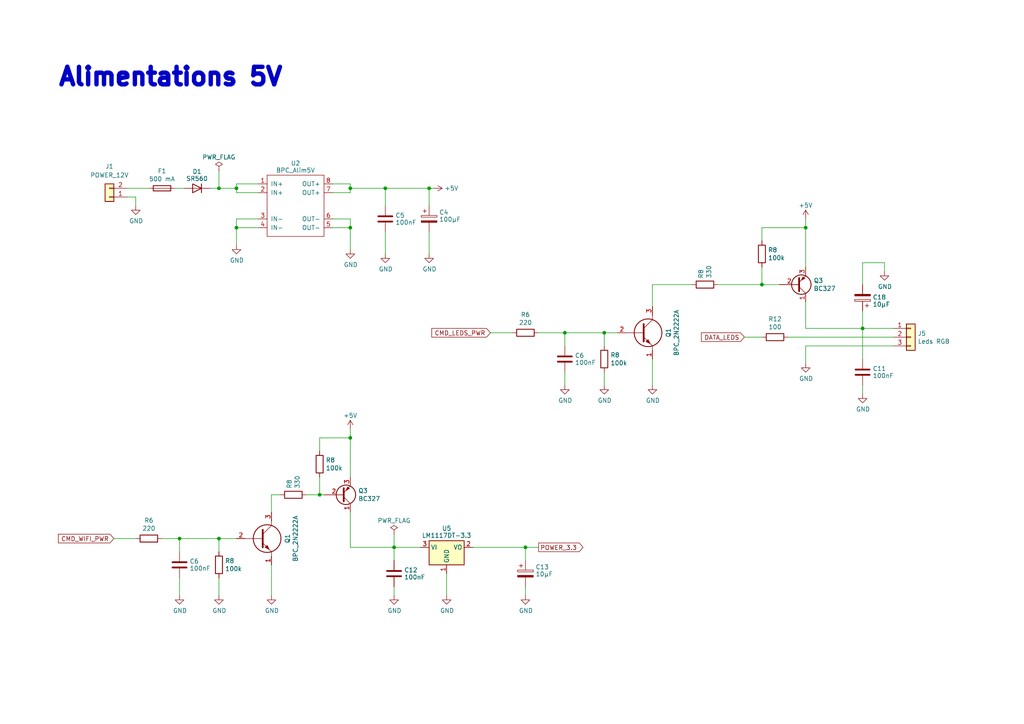
<source format=kicad_sch>
(kicad_sch (version 20230121) (generator eeschema)
  (paper "A4")
  (title_block (title "Commande des OYA - Maître RS485") (date "2024-05-06") (rev "B0") (company "BPC") (comment 1 "Extension Wifi (ESP01)") (comment 2 "Inteface LEDs RGB - Bouton - RTC") (comment 3 "Alim 12V - Sortie 12V pilotable - Bus RS485") (comment 4 "Maître RS485 avec alim 12 V commutée"))
  (lib_symbols
    (symbol "Connector_Generic:Conn_01x02" (pin_names (offset 1.016) hide)
      (property "Reference" "J" (at 0 2.54 0))
      (property "Value" "Conn_01x02" (at 0 -5.08 0))
      (symbol "Conn_01x02_1_1"
        (rectangle (start -1.27 -2.413) (end 0 -2.667) (stroke (width 0.1524)))
        (rectangle (start -1.27 0.127) (end 0 -0.127) (stroke (width 0.1524)))
        (rectangle (start -1.27 1.27) (end 1.27 -3.81) (stroke (width 0.254)) (fill (type background)))
        (pin passive line (at -5.08 0 0) (length 3.81) (name "Pin_1") (number "1"))
        (pin passive line (at -5.08 -2.54 0) (length 3.81) (name "Pin_2") (number "2"))
      )
    )
    (symbol "Connector_Generic:Conn_01x03" (pin_names (offset 1.016) hide)
      (property "Reference" "J" (at 0 5.08 0))
      (property "Value" "Conn_01x03" (at 0 -5.08 0))
      (symbol "Conn_01x03_1_1"
        (rectangle (start -1.27 -2.413) (end 0 -2.667) (stroke (width 0.1524)))
        (rectangle (start -1.27 0.127) (end 0 -0.127) (stroke (width 0.1524)))
        (rectangle (start -1.27 2.667) (end 0 2.413) (stroke (width 0.1524)))
        (rectangle (start -1.27 3.81) (end 1.27 -3.81) (stroke (width 0.254)) (fill (type background)))
        (pin passive line (at -5.08 2.54 0) (length 3.81) (name "Pin_1") (number "1"))
        (pin passive line (at -5.08 0 0) (length 3.81) (name "Pin_2") (number "2"))
        (pin passive line (at -5.08 -2.54 0) (length 3.81) (name "Pin_3") (number "3"))
      )
    )
    (symbol "Device:C" (pin_numbers hide) (pin_names (offset 0.254))
      (property "Reference" "C" (at 0.635 2.54 0))
      (property "Value" "C" (at 0.635 -2.54 0))
      (symbol "C_0_1"
        (polyline (pts (xy -2.032 -0.762) (xy 2.032 -0.762)) (stroke (width 0.508)))
        (polyline (pts (xy -2.032 0.762) (xy 2.032 0.762)) (stroke (width 0.508)))
      )
      (symbol "C_1_1"
        (pin passive line (at 0 3.81 270) (length 2.794) (name "~") (number "1"))
        (pin passive line (at 0 -3.81 90) (length 2.794) (name "~") (number "2"))
      )
    )
    (symbol "Device:C_Polarized" (pin_numbers hide) (pin_names (offset 0.254))
      (property "Reference" "C" (at 0.635 2.54 0))
      (property "Value" "C_Polarized" (at 0.635 -2.54 0))
      (symbol "C_Polarized_0_1"
        (rectangle (start -2.286 0.508) (end 2.286 1.016))
        (polyline (pts (xy -1.778 2.286) (xy -0.762 2.286)))
        (polyline (pts (xy -1.27 2.794) (xy -1.27 1.778)))
        (rectangle (start 2.286 -0.508) (end -2.286 -1.016) (fill (type outline)))
      )
      (symbol "C_Polarized_1_1"
        (pin passive line (at 0 3.81 270) (length 2.794) (name "~") (number "1"))
        (pin passive line (at 0 -3.81 90) (length 2.794) (name "~") (number "2"))
      )
    )
    (symbol "Device:D" (pin_numbers hide) (pin_names (offset 1.016) hide)
      (property "Reference" "D" (at 0 2.54 0))
      (property "Value" "D" (at 0 -2.54 0))
      (symbol "D_0_1"
        (polyline (pts (xy -1.27 1.27) (xy -1.27 -1.27)) (stroke (width 0.254)))
        (polyline (pts (xy 1.27 0) (xy -1.27 0)))
        (polyline (pts (xy 1.27 1.27) (xy 1.27 -1.27) (xy -1.27 0) (xy 1.27 1.27)) (stroke (width 0.254)))
      )
      (symbol "D_1_1"
        (pin passive line (at -3.81 0 0) (length 2.54) (name "K") (number "1"))
        (pin passive line (at 3.81 0 180) (length 2.54) (name "A") (number "2"))
      )
    )
    (symbol "Device:Fuse" (pin_numbers hide) (pin_names (offset 0))
      (property "Reference" "F" (at 2.032 0 90))
      (property "Value" "Fuse" (at -1.905 0 90))
      (symbol "Fuse_0_1"
        (rectangle (start -0.762 -2.54) (end 0.762 2.54) (stroke (width 0.254)))
        (polyline (pts (xy 0 2.54) (xy 0 -2.54)))
      )
      (symbol "Fuse_1_1"
        (pin passive line (at 0 3.81 270) (length 1.27) (name "~") (number "1"))
        (pin passive line (at 0 -3.81 90) (length 1.27) (name "~") (number "2"))
      )
    )
    (symbol "Device:R" (pin_numbers hide) (pin_names (offset 0))
      (property "Reference" "R" (at 2.032 0 90))
      (property "Value" "R" (at 0 0 90))
      (symbol "R_0_1"
        (rectangle (start -1.016 -2.54) (end 1.016 2.54) (stroke (width 0.254)))
      )
      (symbol "R_1_1"
        (pin passive line (at 0 3.81 270) (length 1.27) (name "~") (number "1"))
        (pin passive line (at 0 -3.81 90) (length 1.27) (name "~") (number "2"))
      )
    )
    (symbol "Regulator_Linear:LM1117DT-3.3"
      (property "Reference" "U" (at -3.81 3.175 0))
      (property "Value" "LM1117DT-3.3" (at 0 3.175 0))
      (symbol "LM1117DT-3.3_0_1"
        (rectangle (start -5.08 -5.08) (end 5.08 1.905) (stroke (width 0.254)) (fill (type background)))
      )
      (symbol "LM1117DT-3.3_1_1"
        (pin power_in line (at 0 -7.62 90) (length 2.54) (name "GND") (number "1"))
        (pin power_out line (at 7.62 0 180) (length 2.54) (name "VO") (number "2"))
        (pin power_in line (at -7.62 0 0) (length 2.54) (name "VI") (number "3"))
      )
    )
    (symbol "Transistor_BJT:BC327" (pin_names (offset 0) hide)
      (property "Reference" "Q" (at 5.08 1.905 0))
      (property "Value" "BC327" (at 5.08 0 0))
      (symbol "BC327_0_1"
        (polyline (pts (xy 0.635 0.635) (xy 2.54 2.54)))
        (polyline (pts (xy 0.635 -0.635) (xy 2.54 -2.54) (xy 2.54 -2.54)))
        (polyline (pts (xy 0.635 1.905) (xy 0.635 -1.905) (xy 0.635 -1.905)) (stroke (width 0.508)))
        (polyline (pts (xy 2.286 -1.778) (xy 1.778 -2.286) (xy 1.27 -1.27) (xy 2.286 -1.778) (xy 2.286 -1.778)) (fill (type outline)))
        (circle (center 1.27 0) (radius 2.8194) (stroke (width 0.254)))
      )
      (symbol "BC327_1_1"
        (pin passive line (at 2.54 5.08 270) (length 2.54) (name "C") (number "1"))
        (pin input line (at -5.08 0 0) (length 5.715) (name "B") (number "2"))
        (pin passive line (at 2.54 -5.08 90) (length 2.54) (name "E") (number "3"))
      )
    )
    (symbol "bpc:BPC_2N2222A" (pin_names (offset 0.762))
      (property "Reference" "Q" (at 13.97 1.27 0))
      (property "Value" "BPC_2N2222A" (at 13.97 -1.27 0))
      (symbol "BPC_2N2222A_0_0"
        (pin passive line (at 10.16 -7.62 90) (length 2.54) (name "~") (number "1"))
        (pin passive line (at 0 0 0) (length 2.54) (name "~") (number "2"))
        (pin passive line (at 10.16 7.62 270) (length 2.54) (name "~") (number "3"))
      )
      (symbol "BPC_2N2222A_0_1"
        (polyline (pts (xy 2.54 0) (xy 7.62 0)) (stroke (width 0.1524)))
        (polyline (pts (xy 7.62 -1.27) (xy 10.16 -3.81)) (stroke (width 0.1524)))
        (polyline (pts (xy 7.62 1.27) (xy 10.16 3.81)) (stroke (width 0.1524)))
        (polyline (pts (xy 7.62 2.54) (xy 7.62 -2.54)) (stroke (width 0.508)))
        (polyline (pts (xy 10.16 -3.81) (xy 10.16 -5.08)) (stroke (width 0.1524)))
        (polyline (pts (xy 10.16 3.81) (xy 10.16 5.08)) (stroke (width 0.1524)))
        (polyline (pts (xy 8.382 -2.54) (xy 8.89 -2.032) (xy 9.398 -3.048) (xy 8.382 -2.54)) (stroke (width 0.254)) (fill (type outline)))
        (circle (center 8.89 0) (radius 4.0132) (stroke (width 0.254)))
      )
    )
    (symbol "bpc:BPC_Alim5V" (pin_names (offset 1.016))
      (property "Reference" "U" (at 6.35 6.35 0))
      (property "Value" "BPC_Alim5V" (at 11.43 3.81 0))
      (symbol "BPC_Alim5V_0_1"
        (rectangle (start 0 2.54) (end 16.51 -15.24))
      )
      (symbol "BPC_Alim5V_1_1"
        (pin power_in line (at -2.54 0 0) (length 2.54) (name "IN+") (number "1"))
        (pin power_in line (at -2.54 -2.54 0) (length 2.54) (name "IN+") (number "2"))
        (pin power_in line (at -2.54 -10.16 0) (length 2.54) (name "IN-") (number "3"))
        (pin power_in line (at -2.54 -12.7 0) (length 2.54) (name "IN-") (number "4"))
        (pin power_out line (at 19.05 -12.7 180) (length 2.54) (name "OUT-") (number "5"))
        (pin passive line (at 19.05 -10.16 180) (length 2.54) (name "OUT-") (number "6"))
        (pin passive line (at 19.05 -2.54 180) (length 2.54) (name "OUT+") (number "7"))
        (pin power_out line (at 19.05 0 180) (length 2.54) (name "OUT+") (number "8"))
      )
    )
    (symbol "power:+5V" (power) (pin_names (offset 0))
      (property "Value" "+5V" (at 0 3.556 0))
      (symbol "+5V_0_1"
        (polyline (pts (xy -0.762 1.27) (xy 0 2.54)))
        (polyline (pts (xy 0 0) (xy 0 2.54)))
        (polyline (pts (xy 0 2.54) (xy 0.762 1.27)))
      )
      (symbol "+5V_1_1"
        (pin power_in line (at 0 0 90) (length 0) hide (name "+5V") (number "1"))
      )
    )
    (symbol "power:GND" (power) (pin_names (offset 0))
      (property "Value" "GND" (at 0 -3.81 0))
      (symbol "GND_0_1"
        (polyline (pts (xy 0 0) (xy 0 -1.27) (xy 1.27 -1.27) (xy 0 -2.54) (xy -1.27 -1.27) (xy 0 -1.27)))
      )
      (symbol "GND_1_1"
        (pin power_in line (at 0 0 270) (length 0) hide (name "GND") (number "1"))
      )
    )
    (symbol "power:PWR_FLAG" (power) (pin_numbers hide) (pin_names (offset 0) hide)
      (property "Value" "PWR_FLAG" (at 0 3.81 0))
      (symbol "PWR_FLAG_0_0"
        (pin power_out line (at 0 0 90) (length 0) (name "pwr") (number "1"))
      )
      (symbol "PWR_FLAG_0_1"
        (polyline (pts (xy 0 0) (xy 0 1.27) (xy -1.016 1.905) (xy 0 2.54) (xy 1.016 1.905) (xy 0 1.27)))
      )
    )
  )
  (junction (at 92.71 143.51))
  (junction (at 175.26 96.52))
  (junction (at 250.19 95.25))
  (junction (at 152.4 158.75))
  (junction (at 101.6 127))
  (junction (at 101.6 66.04))
  (junction (at 68.58 66.04))
  (junction (at 233.68 66.04))
  (junction (at 220.98 82.55))
  (junction (at 68.58 54.61))
  (junction (at 63.5 54.61))
  (junction (at 163.83 96.52))
  (junction (at 63.5 156.21))
  (junction (at 111.76 54.61))
  (junction (at 124.46 54.61))
  (junction (at 52.07 156.21))
  (junction (at 114.3 158.75))
  (junction (at 101.6 54.61))
  (wire (pts (xy 78.74 163.83) (xy 78.74 172.72)))
  (wire (pts (xy 233.68 63.5) (xy 233.68 66.04)))
  (wire (pts (xy 96.52 66.04) (xy 101.6 66.04)))
  (wire (pts (xy 250.19 76.2) (xy 256.54 76.2)))
  (wire (pts (xy 101.6 124.46) (xy 101.6 127)))
  (wire (pts (xy 101.6 158.75) (xy 114.3 158.75)))
  (wire (pts (xy 163.83 96.52) (xy 175.26 96.52)))
  (wire (pts (xy 52.07 156.21) (xy 52.07 160.02)))
  (wire (pts (xy 63.5 49.53) (xy 63.5 54.61)))
  (wire (pts (xy 233.68 100.33) (xy 233.68 105.41)))
  (wire (pts (xy 39.37 59.69) (xy 39.37 57.15)))
  (wire (pts (xy 189.23 82.55) (xy 189.23 88.9)))
  (wire (pts (xy 114.3 158.75) (xy 114.3 162.56)))
  (wire (pts (xy 52.07 156.21) (xy 63.5 156.21)))
  (wire (pts (xy 92.71 138.43) (xy 92.71 143.51)))
  (wire (pts (xy 68.58 53.34) (xy 68.58 54.61)))
  (wire (pts (xy 74.93 66.04) (xy 68.58 66.04)))
  (wire (pts (xy 259.08 95.25) (xy 250.19 95.25)))
  (wire (pts (xy 68.58 66.04) (xy 68.58 71.12)))
  (wire (pts (xy 33.02 156.21) (xy 39.37 156.21)))
  (wire (pts (xy 78.74 143.51) (xy 78.74 148.59)))
  (wire (pts (xy 220.98 66.04) (xy 220.98 69.85)))
  (wire (pts (xy 101.6 63.5) (xy 101.6 66.04)))
  (wire (pts (xy 68.58 53.34) (xy 74.93 53.34)))
  (wire (pts (xy 52.07 167.64) (xy 52.07 172.72)))
  (wire (pts (xy 74.93 63.5) (xy 68.58 63.5)))
  (wire (pts (xy 189.23 82.55) (xy 200.66 82.55)))
  (wire (pts (xy 68.58 63.5) (xy 68.58 66.04)))
  (wire (pts (xy 124.46 54.61) (xy 124.46 59.69)))
  (wire (pts (xy 129.54 166.37) (xy 129.54 172.72)))
  (wire (pts (xy 189.23 104.14) (xy 189.23 111.76)))
  (wire (pts (xy 101.6 54.61) (xy 101.6 55.88)))
  (wire (pts (xy 63.5 156.21) (xy 68.58 156.21)))
  (wire (pts (xy 114.3 158.75) (xy 121.92 158.75)))
  (wire (pts (xy 96.52 53.34) (xy 101.6 53.34)))
  (wire (pts (xy 101.6 127) (xy 92.71 127)))
  (wire (pts (xy 39.37 57.15) (xy 36.83 57.15)))
  (wire (pts (xy 175.26 107.95) (xy 175.26 111.76)))
  (wire (pts (xy 233.68 66.04) (xy 220.98 66.04)))
  (wire (pts (xy 250.19 95.25) (xy 250.19 104.14)))
  (wire (pts (xy 96.52 63.5) (xy 101.6 63.5)))
  (wire (pts (xy 163.83 96.52) (xy 163.83 100.33)))
  (wire (pts (xy 88.9 143.51) (xy 92.71 143.51)))
  (wire (pts (xy 96.52 55.88) (xy 101.6 55.88)))
  (wire (pts (xy 156.21 96.52) (xy 163.83 96.52)))
  (wire (pts (xy 148.59 96.52) (xy 142.24 96.52)))
  (wire (pts (xy 101.6 148.59) (xy 101.6 158.75)))
  (wire (pts (xy 259.08 100.33) (xy 233.68 100.33)))
  (wire (pts (xy 175.26 96.52) (xy 179.07 96.52)))
  (wire (pts (xy 250.19 111.76) (xy 250.19 114.3)))
  (wire (pts (xy 175.26 96.52) (xy 175.26 100.33)))
  (wire (pts (xy 111.76 54.61) (xy 101.6 54.61)))
  (wire (pts (xy 63.5 54.61) (xy 68.58 54.61)))
  (wire (pts (xy 152.4 170.18) (xy 152.4 172.72)))
  (wire (pts (xy 78.74 143.51) (xy 81.28 143.51)))
  (wire (pts (xy 101.6 53.34) (xy 101.6 54.61)))
  (wire (pts (xy 233.68 66.04) (xy 233.68 77.47)))
  (wire (pts (xy 46.99 156.21) (xy 52.07 156.21)))
  (wire (pts (xy 152.4 158.75) (xy 152.4 162.56)))
  (wire (pts (xy 114.3 170.18) (xy 114.3 172.72)))
  (wire (pts (xy 250.19 95.25) (xy 233.68 95.25)))
  (wire (pts (xy 114.3 154.94) (xy 114.3 158.75)))
  (wire (pts (xy 68.58 54.61) (xy 68.58 55.88)))
  (wire (pts (xy 163.83 107.95) (xy 163.83 111.76)))
  (wire (pts (xy 250.19 82.55) (xy 250.19 76.2)))
  (wire (pts (xy 74.93 55.88) (xy 68.58 55.88)))
  (wire (pts (xy 208.28 82.55) (xy 220.98 82.55)))
  (wire (pts (xy 250.19 90.17) (xy 250.19 95.25)))
  (wire (pts (xy 36.83 54.61) (xy 43.18 54.61)))
  (wire (pts (xy 124.46 54.61) (xy 111.76 54.61)))
  (wire (pts (xy 233.68 95.25) (xy 233.68 87.63)))
  (wire (pts (xy 220.98 82.55) (xy 226.06 82.55)))
  (wire (pts (xy 111.76 67.31) (xy 111.76 73.66)))
  (wire (pts (xy 92.71 127) (xy 92.71 130.81)))
  (wire (pts (xy 152.4 158.75) (xy 156.21 158.75)))
  (wire (pts (xy 124.46 67.31) (xy 124.46 73.66)))
  (wire (pts (xy 92.71 143.51) (xy 93.98 143.51)))
  (wire (pts (xy 101.6 127) (xy 101.6 138.43)))
  (wire (pts (xy 220.98 97.79) (xy 215.9 97.79)))
  (wire (pts (xy 137.16 158.75) (xy 152.4 158.75)))
  (wire (pts (xy 101.6 66.04) (xy 101.6 72.39)))
  (wire (pts (xy 125.73 54.61) (xy 124.46 54.61)))
  (wire (pts (xy 256.54 76.2) (xy 256.54 78.74)))
  (wire (pts (xy 63.5 167.64) (xy 63.5 172.72)))
  (wire (pts (xy 259.08 97.79) (xy 228.6 97.79)))
  (wire (pts (xy 50.8 54.61) (xy 53.34 54.61)))
  (wire (pts (xy 60.96 54.61) (xy 63.5 54.61)))
  (wire (pts (xy 220.98 77.47) (xy 220.98 82.55)))
  (wire (pts (xy 63.5 156.21) (xy 63.5 160.02)))
  (wire (pts (xy 111.76 54.61) (xy 111.76 59.69)))
  (text "Alimentations 5V" (at 16.51 25.4 0) (effects (font (size 5.08 5.08) (thickness 2.54) bold) (justify left bottom)))
  (global_label "DATA_LEDS" (shape input) (at 215.9 97.79 180) (property "Intersheetrefs" "${INTERSHEET_REFS}" (effects hide)))
  (global_label "CMD_WIFI_PWR" (shape input) (at 33.02 156.21 180) (property "Intersheetrefs" "${INTERSHEET_REFS}" (effects hide)))
  (global_label "POWER_3.3" (shape output) (at 156.21 158.75 0) (property "Intersheetrefs" "${INTERSHEET_REFS}" (effects hide)))
  (global_label "CMD_LEDS_PWR" (shape input) (at 142.24 96.52 180) (property "Intersheetrefs" "${INTERSHEET_REFS}" (effects hide)))
  (symbol (lib_id "power:GND") (at 63.5 172.72 0) (unit 1)
    (property "Reference" "#PWR06" (effects hide))
    (property "Value" "GND" (at 63.627 177.1142 0))
    (instances (project "board_rs485_master" (path "" (reference "#PWR06") (unit 1)) (path "" (reference "#PWR049") (unit 1))))
  )
  (symbol (lib_id "power:GND") (at 114.3 172.72 0) (unit 1)
    (property "Reference" "#PWR06" (effects hide))
    (property "Value" "GND" (at 114.427 177.1142 0))
    (instances (project "board_rs485_master" (path "" (reference "#PWR06") (unit 1)) (path "" (reference "#PWR037") (unit 1))))
  )
  (symbol (lib_id "Device:R") (at 63.5 163.83 0) (unit 1)
    (property "Reference" "R8" (at 65.278 162.6616 0) (effects (justify left)))
    (property "Value" "100k" (at 65.278 164.973 0) (effects (justify left)))
    (property "Footprint" "Resistor_THT:R_Axial_DIN0204_L3.6mm_D1.6mm_P7.62mm_Horizontal" (effects hide))
    (instances (project "board_rs485_master" (path "" (reference "R8") (unit 1)) (path "" (reference "R19") (unit 1))))
  )
  (symbol (lib_id "Regulator_Linear:LM1117DT-3.3") (at 129.54 158.75 0) (unit 1)
    (property "Reference" "U5" (at 129.54 153.265 0))
    (property "Value" "LM1117DT-3.3" (at 129.54 155.313 0))
    (property "Footprint" "Package_TO_SOT_THT:TO-220-3_Vertical" (effects hide))
    (property "Datasheet" "http://www.ti.com/lit/ds/symlink/lm1117.pdf" (effects hide))
  )
  (symbol (lib_id "power:PWR_FLAG") (at 114.3 154.94 0) (unit 1)
    (property "Reference" "#FLG03" (effects hide))
    (property "Value" "PWR_FLAG" (at 114.3 150.995 0))
  )
  (symbol (lib_id "power:GND") (at 101.6 72.39 0) (unit 1)
    (property "Reference" "#PWR06" (effects hide))
    (property "Value" "GND" (at 101.727 76.7842 0))
  )
  (symbol (lib_id "Device:C") (at 250.19 107.95 0) (unit 1)
    (property "Reference" "C11" (at 253.111 106.926 0) (effects (justify left)))
    (property "Value" "100nF" (at 253.111 108.974 0) (effects (justify left)))
    (property "Footprint" "Capacitor_THT:C_Disc_D5.0mm_W2.5mm_P2.50mm" (effects hide))
  )
  (symbol (lib_id "power:GND") (at 250.19 114.3 0) (unit 1)
    (property "Reference" "#PWR016" (effects hide))
    (property "Value" "GND" (at 250.317 118.6942 0))
    (instances (project "board_rs485_master" (path "" (reference "#PWR016") (unit 1)) (path "" (reference "#PWR013") (unit 1))))
  )
  (symbol (lib_id "Device:C_Polarized") (at 152.4 166.37 0) (unit 1)
    (property "Reference" "C13" (at 155.321 164.457 0) (effects (justify left)))
    (property "Value" "10µF" (at 155.321 166.505 0) (effects (justify left)))
    (property "Footprint" "Capacitor_THT:CP_Radial_D4.0mm_P2.00mm" (effects hide))
    (instances (project "board_rs485_master" (path "" (reference "C13") (unit 1)) (path "" (reference "C8") (unit 1))))
  )
  (symbol (lib_id "Device:R") (at 152.4 96.52 90) (unit 1)
    (property "Reference" "R6" (at 152.4 91.2622 90))
    (property "Value" "220" (at 152.4 93.5736 90))
    (property "Footprint" "Resistor_THT:R_Axial_DIN0204_L3.6mm_D1.6mm_P7.62mm_Horizontal" (effects hide))
  )
  (symbol (lib_id "power:PWR_FLAG") (at 63.5 49.53 0) (unit 1)
    (property "Reference" "#FLG01" (effects hide))
    (property "Value" "PWR_FLAG" (at 63.5 45.585 0))
  )
  (symbol (lib_id "Device:C") (at 163.83 104.14 0) (unit 1)
    (property "Reference" "C6" (at 166.751 103.116 0) (effects (justify left)))
    (property "Value" "100nF" (at 166.751 105.164 0) (effects (justify left)))
    (property "Footprint" "Capacitor_THT:C_Disc_D5.0mm_W2.5mm_P2.50mm" (effects hide))
    (instances (project "board_rs485_master" (path "" (reference "C6") (unit 1)) (path "" (reference "C16") (unit 1))))
  )
  (symbol (lib_id "Device:R") (at 85.09 143.51 90) (unit 1)
    (property "Reference" "R8" (at 83.9216 141.732 0) (effects (justify left)))
    (property "Value" "330" (at 86.233 141.732 0) (effects (justify left)))
    (property "Footprint" "Resistor_THT:R_Axial_DIN0204_L3.6mm_D1.6mm_P7.62mm_Horizontal" (effects hide))
    (instances (project "board_rs485_master" (path "" (reference "R8") (unit 1)) (path "" (reference "R20") (unit 1))))
  )
  (symbol (lib_id "power:GND") (at 163.83 111.76 0) (unit 1)
    (property "Reference" "#PWR016" (effects hide))
    (property "Value" "GND" (at 163.957 116.1542 0))
    (instances (project "board_rs485_master" (path "" (reference "#PWR016") (unit 1)) (path "" (reference "#PWR051") (unit 1))))
  )
  (symbol (lib_id "power:GND") (at 78.74 172.72 0) (unit 1)
    (property "Reference" "#PWR06" (effects hide))
    (property "Value" "GND" (at 78.867 177.1142 0))
    (instances (project "board_rs485_master" (path "" (reference "#PWR06") (unit 1)) (path "" (reference "#PWR048") (unit 1))))
  )
  (symbol (lib_id "Device:C") (at 114.3 166.37 0) (unit 1)
    (property "Reference" "C12" (at 117.221 165.346 0) (effects (justify left)))
    (property "Value" "100nF" (at 117.221 167.394 0) (effects (justify left)))
    (property "Footprint" "Capacitor_THT:C_Disc_D5.0mm_W2.5mm_P2.50mm" (effects hide))
  )
  (symbol (lib_id "Device:C_Polarized") (at 250.19 86.36 180) (unit 1)
    (property "Reference" "C18" (at 253.111 86.225 0) (effects (justify right)))
    (property "Value" "10µF" (at 253.111 88.273 0) (effects (justify right)))
    (property "Footprint" "Capacitor_THT:CP_Radial_D4.0mm_P2.00mm" (effects hide))
    (instances (project "board_rs485_master" (path "" (reference "C18") (unit 1)) (path "" (reference "C8") (unit 1))))
  )
  (symbol (lib_id "Device:D") (at 57.15 54.61 180) (unit 1)
    (property "Reference" "D1" (at 57.15 49.76 0))
    (property "Value" "SR560" (at 57.15 51.808 0))
    (property "Footprint" "Diode_THT:D_DO-15_P2.54mm_Vertical_AnodeUp" (effects hide))
    (property "Sim.Device" "D" (effects hide))
    (property "Sim.Pins" "1=K 2=A" (effects hide))
  )
  (symbol (lib_id "Transistor_BJT:BC327") (at 99.06 143.51 0) (mirror x) (unit 1)
    (property "Reference" "Q3" (at 103.9114 142.3416 0) (effects (justify left)))
    (property "Value" "BC327" (at 103.9114 144.653 0) (effects (justify left)))
    (property "Footprint" "Package_TO_SOT_THT:TO-92_Inline" (effects hide))
    (property "Datasheet" "http://www.onsemi.com/pub_link/Collateral/BC327-D.PDF" (effects hide))
    (instances (project "board_rs485_master" (path "" (reference "Q3") (unit 1)) (path "" (reference "Q4") (unit 1))))
  )
  (symbol (lib_id "power:GND") (at 189.23 111.76 0) (unit 1)
    (property "Reference" "#PWR016" (effects hide))
    (property "Value" "GND" (at 189.357 116.1542 0))
    (instances (project "board_rs485_master" (path "" (reference "#PWR016") (unit 1)) (path "" (reference "#PWR046") (unit 1))))
  )
  (symbol (lib_id "power:GND") (at 152.4 172.72 0) (unit 1)
    (property "Reference" "#PWR06" (effects hide))
    (property "Value" "GND" (at 152.527 177.1142 0))
    (instances (project "board_rs485_master" (path "" (reference "#PWR06") (unit 1)) (path "" (reference "#PWR040") (unit 1))))
  )
  (symbol (lib_id "power:GND") (at 68.58 71.12 0) (unit 1)
    (property "Reference" "#PWR02" (effects hide))
    (property "Value" "GND" (at 68.707 75.5142 0))
  )
  (symbol (lib_id "power:GND") (at 124.46 73.66 0) (unit 1)
    (property "Reference" "#PWR06" (effects hide))
    (property "Value" "GND" (at 124.587 78.0542 0))
    (instances (project "board_rs485_master" (path "" (reference "#PWR06") (unit 1)) (path "" (reference "#PWR028") (unit 1))))
  )
  (symbol (lib_id "power:+5V") (at 125.73 54.61 270) (unit 1)
    (property "Reference" "#PWR015" (effects hide))
    (property "Value" "+5V" (at 128.905 54.61 90) (effects (justify left)))
  )
  (symbol (lib_id "power:GND") (at 175.26 111.76 0) (unit 1)
    (property "Reference" "#PWR016" (effects hide))
    (property "Value" "GND" (at 175.387 116.1542 0))
    (instances (project "board_rs485_master" (path "" (reference "#PWR016") (unit 1)) (path "" (reference "#PWR047") (unit 1))))
  )
  (symbol (lib_id "power:+5V") (at 101.6 124.46 0) (unit 1)
    (property "Reference" "#PWR03" (effects hide))
    (property "Value" "+5V" (at 101.6 120.515 0))
    (instances (project "board_rs485_master" (path "" (reference "#PWR03") (unit 1)) (path "" (reference "#PWR019") (unit 1))))
  )
  (symbol (lib_id "Device:R") (at 43.18 156.21 90) (unit 1)
    (property "Reference" "R6" (at 43.18 150.9522 90))
    (property "Value" "220" (at 43.18 153.2636 90))
    (property "Footprint" "Resistor_THT:R_Axial_DIN0204_L3.6mm_D1.6mm_P7.62mm_Horizontal" (effects hide))
    (instances (project "board_rs485_master" (path "" (reference "R6") (unit 1)) (path "" (reference "R14") (unit 1))))
  )
  (symbol (lib_id "Device:R") (at 220.98 73.66 0) (unit 1)
    (property "Reference" "R8" (at 222.758 72.4916 0) (effects (justify left)))
    (property "Value" "100k" (at 222.758 74.803 0) (effects (justify left)))
    (property "Footprint" "Resistor_THT:R_Axial_DIN0204_L3.6mm_D1.6mm_P7.62mm_Horizontal" (effects hide))
  )
  (symbol (lib_id "Transistor_BJT:BC327") (at 231.14 82.55 0) (mirror x) (unit 1)
    (property "Reference" "Q3" (at 235.9914 81.3816 0) (effects (justify left)))
    (property "Value" "BC327" (at 235.9914 83.693 0) (effects (justify left)))
    (property "Footprint" "Package_TO_SOT_THT:TO-92_Inline" (effects hide))
    (property "Datasheet" "http://www.onsemi.com/pub_link/Collateral/BC327-D.PDF" (effects hide))
  )
  (symbol (lib_id "Device:R") (at 224.79 97.79 90) (unit 1)
    (property "Reference" "R12" (at 224.79 92.5322 90))
    (property "Value" "100" (at 224.79 94.8436 90))
    (property "Footprint" "Resistor_THT:R_Axial_DIN0204_L3.6mm_D1.6mm_P7.62mm_Horizontal" (effects hide))
  )
  (symbol (lib_id "Device:R") (at 204.47 82.55 90) (unit 1)
    (property "Reference" "R8" (at 203.3016 80.772 0) (effects (justify left)))
    (property "Value" "330" (at 205.613 80.772 0) (effects (justify left)))
    (property "Footprint" "Resistor_THT:R_Axial_DIN0204_L3.6mm_D1.6mm_P7.62mm_Horizontal" (effects hide))
    (instances (project "board_rs485_master" (path "" (reference "R8") (unit 1)) (path "" (reference "R21") (unit 1))))
  )
  (symbol (lib_id "power:+5V") (at 233.68 63.5 0) (unit 1)
    (property "Reference" "#PWR03" (effects hide))
    (property "Value" "+5V" (at 233.68 59.555 0))
  )
  (symbol (lib_id "Device:R") (at 175.26 104.14 0) (unit 1)
    (property "Reference" "R8" (at 177.038 102.9716 0) (effects (justify left)))
    (property "Value" "100k" (at 177.038 105.283 0) (effects (justify left)))
    (property "Footprint" "Resistor_THT:R_Axial_DIN0204_L3.6mm_D1.6mm_P7.62mm_Horizontal" (effects hide))
    (instances (project "board_rs485_master" (path "" (reference "R8") (unit 1)) (path "" (reference "R11") (unit 1))))
  )
  (symbol (lib_id "bpc:BPC_2N2222A") (at 68.58 156.21 0) (unit 1)
    (property "Reference" "Q1" (at 83.3882 156.21 90))
    (property "Value" "BPC_2N2222A" (at 85.6996 156.21 90))
    (property "Footprint" "Package_TO_SOT_THT:TO-92" (effects hide))
    (property "Datasheet" "https://www.arrow.com/en/products/2n2222a/microsemi" (effects hide))
    (property "Description" "Trans GP BJT NPN 50V 0.8A 3-Pin TO-18" (effects hide))
    (property "Manufacturer_Name" "Microsemi Corporation" (effects hide))
    (property "Manufacturer_Part_Number" "2N2222A" (effects hide))
    (property "Mouser Part Number" "494-2N2222A" (effects hide))
    (property "Mouser Price/Stock" "https://www.mouser.co.uk/ProductDetail/Microchip-Microsemi/2N2222A?qs=TXMzd3F6EylR6f6YErRW3Q%3D%3D" (effects hide))
    (property "Arrow Part Number" "2N2222A" (effects hide))
    (property "Arrow Price/Stock" "https://www.arrow.com/en/products/2n2222a/microsemi" (effects hide))
    (instances (project "board_rs485_master" (path "" (reference "Q1") (unit 1)) (path "" (reference "Q1") (unit 1)) (path "" (reference "Q6") (unit 1))))
  )
  (symbol (lib_id "Connector_Generic:Conn_01x02") (at 31.75 57.15 180) (unit 1)
    (property "Reference" "J1" (at 31.75 48.26 0))
    (property "Value" "POWER_12V" (at 31.75 50.8 0))
    (property "Footprint" "TerminalBlock_Phoenix:TerminalBlock_Phoenix_MKDS-1,5-2-5.08_1x02_P5.08mm_Horizontal" (effects hide))
  )
  (symbol (lib_id "Device:R") (at 92.71 134.62 0) (unit 1)
    (property "Reference" "R8" (at 94.488 133.4516 0) (effects (justify left)))
    (property "Value" "100k" (at 94.488 135.763 0) (effects (justify left)))
    (property "Footprint" "Resistor_THT:R_Axial_DIN0204_L3.6mm_D1.6mm_P7.62mm_Horizontal" (effects hide))
    (instances (project "board_rs485_master" (path "" (reference "R8") (unit 1)) (path "" (reference "R15") (unit 1))))
  )
  (symbol (lib_id "power:GND") (at 111.76 73.66 0) (unit 1)
    (property "Reference" "#PWR06" (effects hide))
    (property "Value" "GND" (at 111.887 78.0542 0))
    (instances (project "board_rs485_master" (path "" (reference "#PWR06") (unit 1)) (path "" (reference "#PWR010") (unit 1))))
  )
  (symbol (lib_id "Device:C_Polarized") (at 124.46 63.5 0) (unit 1)
    (property "Reference" "C4" (at 127.381 61.587 0) (effects (justify left)))
    (property "Value" "100µF" (at 127.381 63.635 0) (effects (justify left)))
    (property "Footprint" "Capacitor_THT:CP_Radial_D8.0mm_P3.80mm" (effects hide))
  )
  (symbol (lib_id "Device:C") (at 52.07 163.83 0) (unit 1)
    (property "Reference" "C6" (at 54.991 162.806 0) (effects (justify left)))
    (property "Value" "100nF" (at 54.991 164.854 0) (effects (justify left)))
    (property "Footprint" "Capacitor_THT:C_Disc_D5.0mm_W2.5mm_P2.50mm" (effects hide))
    (instances (project "board_rs485_master" (path "" (reference "C6") (unit 1)) (path "" (reference "C17") (unit 1))))
  )
  (symbol (lib_id "power:GND") (at 129.54 172.72 0) (unit 1)
    (property "Reference" "#PWR06" (effects hide))
    (property "Value" "GND" (at 129.667 177.1142 0))
    (instances (project "board_rs485_master" (path "" (reference "#PWR06") (unit 1)) (path "" (reference "#PWR038") (unit 1))))
  )
  (symbol (lib_id "power:GND") (at 52.07 172.72 0) (unit 1)
    (property "Reference" "#PWR06" (effects hide))
    (property "Value" "GND" (at 52.197 177.1142 0))
    (instances (project "board_rs485_master" (path "" (reference "#PWR06") (unit 1)) (path "" (reference "#PWR050") (unit 1))))
  )
  (symbol (lib_id "power:GND") (at 39.37 59.69 0) (unit 1)
    (property "Reference" "#PWR02" (effects hide))
    (property "Value" "GND" (at 39.497 64.0842 0))
    (instances (project "board_rs485_master" (path "" (reference "#PWR02") (unit 1)) (path "" (reference "#PWR01") (unit 1))))
  )
  (symbol (lib_id "power:GND") (at 233.68 105.41 0) (unit 1)
    (property "Reference" "#PWR016" (effects hide))
    (property "Value" "GND" (at 233.807 109.8042 0))
  )
  (symbol (lib_id "Device:C") (at 111.76 63.5 0) (unit 1)
    (property "Reference" "C5" (at 114.681 62.476 0) (effects (justify left)))
    (property "Value" "100nF" (at 114.681 64.524 0) (effects (justify left)))
    (property "Footprint" "Capacitor_THT:C_Disc_D5.0mm_W2.5mm_P2.50mm" (effects hide))
  )
  (symbol (lib_id "Device:Fuse") (at 46.99 54.61 270) (unit 1)
    (property "Reference" "F1" (at 46.99 49.6062 90))
    (property "Value" "500 mA" (at 46.99 51.9176 90))
    (property "Footprint" "Fuse:Fuseholder_TR5_Littelfuse_No560_No460" (effects hide))
  )
  (symbol (lib_id "Connector_Generic:Conn_01x03") (at 264.16 97.79 0) (unit 1)
    (property "Reference" "J5" (at 266.192 96.7232 0) (effects (justify left)))
    (property "Value" "Leds RGB" (at 266.192 99.0346 0) (effects (justify left)))
    (property "Footprint" "Connector_JST:JST_XH_B3B-XH-AM_1x03_P2.50mm_Vertical" (effects hide))
  )
  (symbol (lib_id "bpc:BPC_Alim5V") (at 77.47 53.34 0) (unit 1)
    (property "Reference" "U2" (at 85.725 47.347 0))
    (property "Value" "BPC_Alim5V" (at 85.725 49.395 0))
    (property "Footprint" "bpc:BPC_Alim5V" (effects hide))
  )
  (symbol (lib_id "bpc:BPC_2N2222A") (at 179.07 96.52 0) (unit 1)
    (property "Reference" "Q1" (at 193.8782 96.52 90))
    (property "Value" "BPC_2N2222A" (at 196.1896 96.52 90))
    (property "Footprint" "Package_TO_SOT_THT:TO-92" (effects hide))
    (property "Datasheet" "https://www.arrow.com/en/products/2n2222a/microsemi" (effects hide))
    (property "Description" "Trans GP BJT NPN 50V 0.8A 3-Pin TO-18" (effects hide))
    (property "Manufacturer_Name" "Microsemi Corporation" (effects hide))
    (property "Manufacturer_Part_Number" "2N2222A" (effects hide))
    (property "Mouser Part Number" "494-2N2222A" (effects hide))
    (property "Mouser Price/Stock" "https://www.mouser.co.uk/ProductDetail/Microchip-Microsemi/2N2222A?qs=TXMzd3F6EylR6f6YErRW3Q%3D%3D" (effects hide))
    (property "Arrow Part Number" "2N2222A" (effects hide))
    (property "Arrow Price/Stock" "https://www.arrow.com/en/products/2n2222a/microsemi" (effects hide))
    (instances (project "board_rs485_master" (path "" (reference "Q1") (unit 1)) (path "" (reference "Q1") (unit 1)) (path "" (reference "Q5") (unit 1))))
  )
  (symbol (lib_id "power:GND") (at 256.54 78.74 0) (unit 1)
    (property "Reference" "#PWR016" (effects hide))
    (property "Value" "GND" (at 256.667 83.1342 0))
    (instances (project "board_rs485_master" (path "" (reference "#PWR016") (unit 1)) (path "" (reference "#PWR052") (unit 1))))
  )
)
</source>
